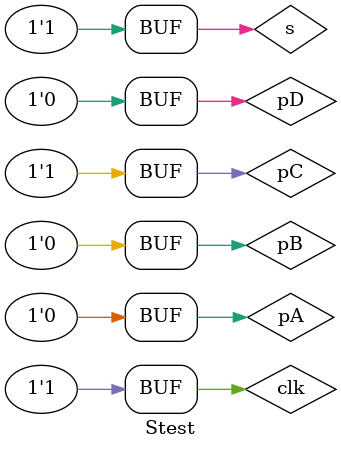
<source format=v>
`timescale 1ns / 1ps


module Stest;

	// Inputs
	reg pA;
	reg pB;
	reg pC;
	reg pD;
	reg s;
	reg clk;

	// Outputs
	wire Q;
	wire q2;
	wire q3;
	wire q4;
	wire q5;

	// Instantiate the Unit Under Test (UUT)
	ShiftRegister uut (
		.pA(pA), 
		.pB(pB), 
		.pC(pC), 
		.pD(pD), 
		.s(s), 
		.clk(clk), 
		.Q(Q), 
		.q2(q2), 
		.q3(q3), 
		.q4(q4), 
		.q5(q5)
	);

	initial begin
		// Initialize Inputs
		pA = 0;
		pB = 0;
		pC = 1;
		pD = 0;
		s = 1;
		clk = 1;

		// Wait 100 ns for global reset to finish
		#100;
        
		// Add stimulus here

	end
      
endmodule


</source>
